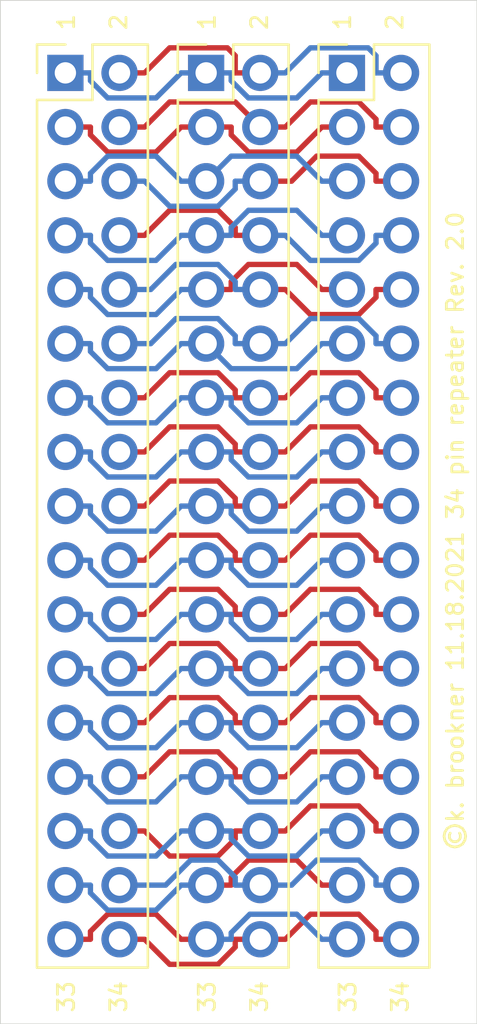
<source format=kicad_pcb>
(kicad_pcb (version 20171130) (host pcbnew "(5.1.10-1-10_14)")

  (general
    (thickness 1.6002)
    (drawings 11)
    (tracks 425)
    (zones 0)
    (modules 3)
    (nets 35)
  )

  (page USLetter)
  (title_block
    (rev 1)
  )

  (layers
    (0 Front signal)
    (31 Back signal)
    (34 B.Paste user)
    (35 F.Paste user)
    (36 B.SilkS user)
    (37 F.SilkS user)
    (38 B.Mask user)
    (39 F.Mask user)
    (44 Edge.Cuts user)
    (45 Margin user)
    (46 B.CrtYd user)
    (47 F.CrtYd user)
    (49 F.Fab user hide)
  )

  (setup
    (last_trace_width 0.25)
    (user_trace_width 0.254)
    (user_trace_width 0.508)
    (user_trace_width 0.762)
    (trace_clearance 0.2)
    (zone_clearance 0.508)
    (zone_45_only no)
    (trace_min 0.1524)
    (via_size 0.8)
    (via_drill 0.4)
    (via_min_size 0.508)
    (via_min_drill 0.254)
    (user_via 0.6858 0.3302)
    (user_via 0.889 0.381)
    (uvia_size 0.6858)
    (uvia_drill 0.254)
    (uvias_allowed no)
    (uvia_min_size 0)
    (uvia_min_drill 0)
    (edge_width 0.0381)
    (segment_width 0.254)
    (pcb_text_width 0.3048)
    (pcb_text_size 1.524 1.524)
    (mod_edge_width 0.127)
    (mod_text_size 0.762 0.762)
    (mod_text_width 0.127)
    (pad_size 1.524 1.524)
    (pad_drill 0.762)
    (pad_to_mask_clearance 0.0508)
    (aux_axis_origin 0 0)
    (visible_elements FFFFFF7F)
    (pcbplotparams
      (layerselection 0x010fc_ffffffff)
      (usegerberextensions false)
      (usegerberattributes false)
      (usegerberadvancedattributes false)
      (creategerberjobfile false)
      (excludeedgelayer true)
      (linewidth 0.152400)
      (plotframeref false)
      (viasonmask false)
      (mode 1)
      (useauxorigin false)
      (hpglpennumber 1)
      (hpglpenspeed 20)
      (hpglpendiameter 15.000000)
      (psnegative false)
      (psa4output false)
      (plotreference true)
      (plotvalue false)
      (plotinvisibletext false)
      (padsonsilk false)
      (subtractmaskfromsilk true)
      (outputformat 1)
      (mirror false)
      (drillshape 0)
      (scaleselection 1)
      (outputdirectory "./gerbers"))
  )

  (net 0 "")
  (net 1 /pin4)
  (net 2 /pin6)
  (net 3 /pin7)
  (net 4 /pin20)
  (net 5 /pin21)
  (net 6 /pin2)
  (net 7 /pin5)
  (net 8 /pin9)
  (net 9 /pin11)
  (net 10 /pin13)
  (net 11 /pin22)
  (net 12 /pin23)
  (net 13 /pin34)
  (net 14 /pin1)
  (net 15 /pin3)
  (net 16 /pin8)
  (net 17 /pin10)
  (net 18 /pin12)
  (net 19 /pin14)
  (net 20 /pin15)
  (net 21 /pin16)
  (net 22 /pin17)
  (net 23 /pin18)
  (net 24 /pin19)
  (net 25 /pin24)
  (net 26 /pin25)
  (net 27 /pin26)
  (net 28 /pin27)
  (net 29 /pin28)
  (net 30 /pin29)
  (net 31 /pin30)
  (net 32 /pin31)
  (net 33 /pin32)
  (net 34 /pin33)

  (net_class Default "This is the default net class."
    (clearance 0.2)
    (trace_width 0.25)
    (via_dia 0.8)
    (via_drill 0.4)
    (uvia_dia 0.6858)
    (uvia_drill 0.254)
    (diff_pair_width 0.1524)
    (diff_pair_gap 0.1524)
    (add_net /pin1)
    (add_net /pin10)
    (add_net /pin11)
    (add_net /pin12)
    (add_net /pin13)
    (add_net /pin14)
    (add_net /pin15)
    (add_net /pin16)
    (add_net /pin17)
    (add_net /pin18)
    (add_net /pin19)
    (add_net /pin2)
    (add_net /pin20)
    (add_net /pin21)
    (add_net /pin22)
    (add_net /pin23)
    (add_net /pin24)
    (add_net /pin25)
    (add_net /pin26)
    (add_net /pin27)
    (add_net /pin28)
    (add_net /pin29)
    (add_net /pin3)
    (add_net /pin30)
    (add_net /pin31)
    (add_net /pin32)
    (add_net /pin33)
    (add_net /pin34)
    (add_net /pin4)
    (add_net /pin5)
    (add_net /pin6)
    (add_net /pin7)
    (add_net /pin8)
    (add_net /pin9)
  )

  (net_class Power ""
    (clearance 0.3)
    (trace_width 0.3)
    (via_dia 1)
    (via_drill 0.6)
    (uvia_dia 0.6858)
    (uvia_drill 0.254)
    (diff_pair_width 0.1524)
    (diff_pair_gap 0.1524)
  )

  (module Connector_PinHeader_2.54mm:PinHeader_2x17_P2.54mm_Vertical (layer Front) (tedit 59FED5CC) (tstamp 5F73705A)
    (at 119.888 72.2338)
    (descr "Through hole straight pin header, 2x17, 2.54mm pitch, double rows")
    (tags "Through hole pin header THT 2x17 2.54mm double row")
    (path /5F74C399)
    (fp_text reference J1 (at 1.27 -6.4478) (layer F.SilkS) hide
      (effects (font (size 1 1) (thickness 0.15)))
    )
    (fp_text value Conn_02x17_Odd_Even (at 1.27 42.97) (layer F.Fab)
      (effects (font (size 1 1) (thickness 0.15)))
    )
    (fp_line (start 0 -1.27) (end 3.81 -1.27) (layer F.Fab) (width 0.1))
    (fp_line (start 3.81 -1.27) (end 3.81 41.91) (layer F.Fab) (width 0.1))
    (fp_line (start 3.81 41.91) (end -1.27 41.91) (layer F.Fab) (width 0.1))
    (fp_line (start -1.27 41.91) (end -1.27 0) (layer F.Fab) (width 0.1))
    (fp_line (start -1.27 0) (end 0 -1.27) (layer F.Fab) (width 0.1))
    (fp_line (start -1.33 41.97) (end 3.87 41.97) (layer F.SilkS) (width 0.12))
    (fp_line (start -1.33 1.27) (end -1.33 41.97) (layer F.SilkS) (width 0.12))
    (fp_line (start 3.87 -1.33) (end 3.87 41.97) (layer F.SilkS) (width 0.12))
    (fp_line (start -1.33 1.27) (end 1.27 1.27) (layer F.SilkS) (width 0.12))
    (fp_line (start 1.27 1.27) (end 1.27 -1.33) (layer F.SilkS) (width 0.12))
    (fp_line (start 1.27 -1.33) (end 3.87 -1.33) (layer F.SilkS) (width 0.12))
    (fp_line (start -1.33 0) (end -1.33 -1.33) (layer F.SilkS) (width 0.12))
    (fp_line (start -1.33 -1.33) (end 0 -1.33) (layer F.SilkS) (width 0.12))
    (fp_line (start -1.8 -1.8) (end -1.8 42.45) (layer F.CrtYd) (width 0.05))
    (fp_line (start -1.8 42.45) (end 4.35 42.45) (layer F.CrtYd) (width 0.05))
    (fp_line (start 4.35 42.45) (end 4.35 -1.8) (layer F.CrtYd) (width 0.05))
    (fp_line (start 4.35 -1.8) (end -1.8 -1.8) (layer F.CrtYd) (width 0.05))
    (fp_text user %R (at 1.27 20.32 90) (layer F.Fab)
      (effects (font (size 1 1) (thickness 0.15)))
    )
    (pad 1 thru_hole rect (at 0 0) (size 1.7 1.7) (drill 1) (layers *.Cu *.Mask)
      (net 14 /pin1))
    (pad 2 thru_hole oval (at 2.54 0) (size 1.7 1.7) (drill 1) (layers *.Cu *.Mask)
      (net 6 /pin2))
    (pad 3 thru_hole oval (at 0 2.54) (size 1.7 1.7) (drill 1) (layers *.Cu *.Mask)
      (net 15 /pin3))
    (pad 4 thru_hole oval (at 2.54 2.54) (size 1.7 1.7) (drill 1) (layers *.Cu *.Mask)
      (net 1 /pin4))
    (pad 5 thru_hole oval (at 0 5.08) (size 1.7 1.7) (drill 1) (layers *.Cu *.Mask)
      (net 7 /pin5))
    (pad 6 thru_hole oval (at 2.54 5.08) (size 1.7 1.7) (drill 1) (layers *.Cu *.Mask)
      (net 2 /pin6))
    (pad 7 thru_hole oval (at 0 7.62) (size 1.7 1.7) (drill 1) (layers *.Cu *.Mask)
      (net 3 /pin7))
    (pad 8 thru_hole oval (at 2.54 7.62) (size 1.7 1.7) (drill 1) (layers *.Cu *.Mask)
      (net 16 /pin8))
    (pad 9 thru_hole oval (at 0 10.16) (size 1.7 1.7) (drill 1) (layers *.Cu *.Mask)
      (net 8 /pin9))
    (pad 10 thru_hole oval (at 2.54 10.16) (size 1.7 1.7) (drill 1) (layers *.Cu *.Mask)
      (net 17 /pin10))
    (pad 11 thru_hole oval (at 0 12.7) (size 1.7 1.7) (drill 1) (layers *.Cu *.Mask)
      (net 9 /pin11))
    (pad 12 thru_hole oval (at 2.54 12.7) (size 1.7 1.7) (drill 1) (layers *.Cu *.Mask)
      (net 18 /pin12))
    (pad 13 thru_hole oval (at 0 15.24) (size 1.7 1.7) (drill 1) (layers *.Cu *.Mask)
      (net 10 /pin13))
    (pad 14 thru_hole oval (at 2.54 15.24) (size 1.7 1.7) (drill 1) (layers *.Cu *.Mask)
      (net 19 /pin14))
    (pad 15 thru_hole oval (at 0 17.78) (size 1.7 1.7) (drill 1) (layers *.Cu *.Mask)
      (net 20 /pin15))
    (pad 16 thru_hole oval (at 2.54 17.78) (size 1.7 1.7) (drill 1) (layers *.Cu *.Mask)
      (net 21 /pin16))
    (pad 17 thru_hole oval (at 0 20.32) (size 1.7 1.7) (drill 1) (layers *.Cu *.Mask)
      (net 22 /pin17))
    (pad 18 thru_hole oval (at 2.54 20.32) (size 1.7 1.7) (drill 1) (layers *.Cu *.Mask)
      (net 23 /pin18))
    (pad 19 thru_hole oval (at 0 22.86) (size 1.7 1.7) (drill 1) (layers *.Cu *.Mask)
      (net 24 /pin19))
    (pad 20 thru_hole oval (at 2.54 22.86) (size 1.7 1.7) (drill 1) (layers *.Cu *.Mask)
      (net 4 /pin20))
    (pad 21 thru_hole oval (at 0 25.4) (size 1.7 1.7) (drill 1) (layers *.Cu *.Mask)
      (net 5 /pin21))
    (pad 22 thru_hole oval (at 2.54 25.4) (size 1.7 1.7) (drill 1) (layers *.Cu *.Mask)
      (net 11 /pin22))
    (pad 23 thru_hole oval (at 0 27.94) (size 1.7 1.7) (drill 1) (layers *.Cu *.Mask)
      (net 12 /pin23))
    (pad 24 thru_hole oval (at 2.54 27.94) (size 1.7 1.7) (drill 1) (layers *.Cu *.Mask)
      (net 25 /pin24))
    (pad 25 thru_hole oval (at 0 30.48) (size 1.7 1.7) (drill 1) (layers *.Cu *.Mask)
      (net 26 /pin25))
    (pad 26 thru_hole oval (at 2.54 30.48) (size 1.7 1.7) (drill 1) (layers *.Cu *.Mask)
      (net 27 /pin26))
    (pad 27 thru_hole oval (at 0 33.02) (size 1.7 1.7) (drill 1) (layers *.Cu *.Mask)
      (net 28 /pin27))
    (pad 28 thru_hole oval (at 2.54 33.02) (size 1.7 1.7) (drill 1) (layers *.Cu *.Mask)
      (net 29 /pin28))
    (pad 29 thru_hole oval (at 0 35.56) (size 1.7 1.7) (drill 1) (layers *.Cu *.Mask)
      (net 30 /pin29))
    (pad 30 thru_hole oval (at 2.54 35.56) (size 1.7 1.7) (drill 1) (layers *.Cu *.Mask)
      (net 31 /pin30))
    (pad 31 thru_hole oval (at 0 38.1) (size 1.7 1.7) (drill 1) (layers *.Cu *.Mask)
      (net 32 /pin31))
    (pad 32 thru_hole oval (at 2.54 38.1) (size 1.7 1.7) (drill 1) (layers *.Cu *.Mask)
      (net 33 /pin32))
    (pad 33 thru_hole oval (at 0 40.64) (size 1.7 1.7) (drill 1) (layers *.Cu *.Mask)
      (net 34 /pin33))
    (pad 34 thru_hole oval (at 2.54 40.64) (size 1.7 1.7) (drill 1) (layers *.Cu *.Mask)
      (net 13 /pin34))
    (model ${KISYS3DMOD}/Connector_PinHeader_2.54mm.3dshapes/PinHeader_2x17_P2.54mm_Vertical.wrl
      (at (xyz 0 0 0))
      (scale (xyz 1 1 1))
      (rotate (xyz 0 0 0))
    )
  )

  (module Connector_PinHeader_2.54mm:PinHeader_2x17_P2.54mm_Vertical (layer Front) (tedit 59FED5CC) (tstamp 5F737092)
    (at 126.492 72.2338)
    (descr "Through hole straight pin header, 2x17, 2.54mm pitch, double rows")
    (tags "Through hole pin header THT 2x17 2.54mm double row")
    (path /5FCE01E4)
    (fp_text reference J2 (at 1.27 -7.9718) (layer F.SilkS) hide
      (effects (font (size 1 1) (thickness 0.15)))
    )
    (fp_text value Conn_02x17_Odd_Even (at 1.27 42.97) (layer F.Fab)
      (effects (font (size 1 1) (thickness 0.15)))
    )
    (fp_line (start 4.35 -1.8) (end -1.8 -1.8) (layer F.CrtYd) (width 0.05))
    (fp_line (start 4.35 42.45) (end 4.35 -1.8) (layer F.CrtYd) (width 0.05))
    (fp_line (start -1.8 42.45) (end 4.35 42.45) (layer F.CrtYd) (width 0.05))
    (fp_line (start -1.8 -1.8) (end -1.8 42.45) (layer F.CrtYd) (width 0.05))
    (fp_line (start -1.33 -1.33) (end 0 -1.33) (layer F.SilkS) (width 0.12))
    (fp_line (start -1.33 0) (end -1.33 -1.33) (layer F.SilkS) (width 0.12))
    (fp_line (start 1.27 -1.33) (end 3.87 -1.33) (layer F.SilkS) (width 0.12))
    (fp_line (start 1.27 1.27) (end 1.27 -1.33) (layer F.SilkS) (width 0.12))
    (fp_line (start -1.33 1.27) (end 1.27 1.27) (layer F.SilkS) (width 0.12))
    (fp_line (start 3.87 -1.33) (end 3.87 41.97) (layer F.SilkS) (width 0.12))
    (fp_line (start -1.33 1.27) (end -1.33 41.97) (layer F.SilkS) (width 0.12))
    (fp_line (start -1.33 41.97) (end 3.87 41.97) (layer F.SilkS) (width 0.12))
    (fp_line (start -1.27 0) (end 0 -1.27) (layer F.Fab) (width 0.1))
    (fp_line (start -1.27 41.91) (end -1.27 0) (layer F.Fab) (width 0.1))
    (fp_line (start 3.81 41.91) (end -1.27 41.91) (layer F.Fab) (width 0.1))
    (fp_line (start 3.81 -1.27) (end 3.81 41.91) (layer F.Fab) (width 0.1))
    (fp_line (start 0 -1.27) (end 3.81 -1.27) (layer F.Fab) (width 0.1))
    (fp_text user %R (at 1.27 20.32 90) (layer F.Fab)
      (effects (font (size 1 1) (thickness 0.15)))
    )
    (pad 34 thru_hole oval (at 2.54 40.64) (size 1.7 1.7) (drill 1) (layers *.Cu *.Mask)
      (net 13 /pin34))
    (pad 33 thru_hole oval (at 0 40.64) (size 1.7 1.7) (drill 1) (layers *.Cu *.Mask)
      (net 34 /pin33))
    (pad 32 thru_hole oval (at 2.54 38.1) (size 1.7 1.7) (drill 1) (layers *.Cu *.Mask)
      (net 33 /pin32))
    (pad 31 thru_hole oval (at 0 38.1) (size 1.7 1.7) (drill 1) (layers *.Cu *.Mask)
      (net 32 /pin31))
    (pad 30 thru_hole oval (at 2.54 35.56) (size 1.7 1.7) (drill 1) (layers *.Cu *.Mask)
      (net 31 /pin30))
    (pad 29 thru_hole oval (at 0 35.56) (size 1.7 1.7) (drill 1) (layers *.Cu *.Mask)
      (net 30 /pin29))
    (pad 28 thru_hole oval (at 2.54 33.02) (size 1.7 1.7) (drill 1) (layers *.Cu *.Mask)
      (net 29 /pin28))
    (pad 27 thru_hole oval (at 0 33.02) (size 1.7 1.7) (drill 1) (layers *.Cu *.Mask)
      (net 28 /pin27))
    (pad 26 thru_hole oval (at 2.54 30.48) (size 1.7 1.7) (drill 1) (layers *.Cu *.Mask)
      (net 27 /pin26))
    (pad 25 thru_hole oval (at 0 30.48) (size 1.7 1.7) (drill 1) (layers *.Cu *.Mask)
      (net 26 /pin25))
    (pad 24 thru_hole oval (at 2.54 27.94) (size 1.7 1.7) (drill 1) (layers *.Cu *.Mask)
      (net 25 /pin24))
    (pad 23 thru_hole oval (at 0 27.94) (size 1.7 1.7) (drill 1) (layers *.Cu *.Mask)
      (net 12 /pin23))
    (pad 22 thru_hole oval (at 2.54 25.4) (size 1.7 1.7) (drill 1) (layers *.Cu *.Mask)
      (net 11 /pin22))
    (pad 21 thru_hole oval (at 0 25.4) (size 1.7 1.7) (drill 1) (layers *.Cu *.Mask)
      (net 5 /pin21))
    (pad 20 thru_hole oval (at 2.54 22.86) (size 1.7 1.7) (drill 1) (layers *.Cu *.Mask)
      (net 4 /pin20))
    (pad 19 thru_hole oval (at 0 22.86) (size 1.7 1.7) (drill 1) (layers *.Cu *.Mask)
      (net 24 /pin19))
    (pad 18 thru_hole oval (at 2.54 20.32) (size 1.7 1.7) (drill 1) (layers *.Cu *.Mask)
      (net 23 /pin18))
    (pad 17 thru_hole oval (at 0 20.32) (size 1.7 1.7) (drill 1) (layers *.Cu *.Mask)
      (net 22 /pin17))
    (pad 16 thru_hole oval (at 2.54 17.78) (size 1.7 1.7) (drill 1) (layers *.Cu *.Mask)
      (net 21 /pin16))
    (pad 15 thru_hole oval (at 0 17.78) (size 1.7 1.7) (drill 1) (layers *.Cu *.Mask)
      (net 20 /pin15))
    (pad 14 thru_hole oval (at 2.54 15.24) (size 1.7 1.7) (drill 1) (layers *.Cu *.Mask)
      (net 19 /pin14))
    (pad 13 thru_hole oval (at 0 15.24) (size 1.7 1.7) (drill 1) (layers *.Cu *.Mask)
      (net 10 /pin13))
    (pad 12 thru_hole oval (at 2.54 12.7) (size 1.7 1.7) (drill 1) (layers *.Cu *.Mask)
      (net 18 /pin12))
    (pad 11 thru_hole oval (at 0 12.7) (size 1.7 1.7) (drill 1) (layers *.Cu *.Mask)
      (net 9 /pin11))
    (pad 10 thru_hole oval (at 2.54 10.16) (size 1.7 1.7) (drill 1) (layers *.Cu *.Mask)
      (net 17 /pin10))
    (pad 9 thru_hole oval (at 0 10.16) (size 1.7 1.7) (drill 1) (layers *.Cu *.Mask)
      (net 8 /pin9))
    (pad 8 thru_hole oval (at 2.54 7.62) (size 1.7 1.7) (drill 1) (layers *.Cu *.Mask)
      (net 16 /pin8))
    (pad 7 thru_hole oval (at 0 7.62) (size 1.7 1.7) (drill 1) (layers *.Cu *.Mask)
      (net 3 /pin7))
    (pad 6 thru_hole oval (at 2.54 5.08) (size 1.7 1.7) (drill 1) (layers *.Cu *.Mask)
      (net 2 /pin6))
    (pad 5 thru_hole oval (at 0 5.08) (size 1.7 1.7) (drill 1) (layers *.Cu *.Mask)
      (net 7 /pin5))
    (pad 4 thru_hole oval (at 2.54 2.54) (size 1.7 1.7) (drill 1) (layers *.Cu *.Mask)
      (net 1 /pin4))
    (pad 3 thru_hole oval (at 0 2.54) (size 1.7 1.7) (drill 1) (layers *.Cu *.Mask)
      (net 15 /pin3))
    (pad 2 thru_hole oval (at 2.54 0) (size 1.7 1.7) (drill 1) (layers *.Cu *.Mask)
      (net 6 /pin2))
    (pad 1 thru_hole rect (at 0 0) (size 1.7 1.7) (drill 1) (layers *.Cu *.Mask)
      (net 14 /pin1))
    (model ${KISYS3DMOD}/Connector_PinHeader_2.54mm.3dshapes/PinHeader_2x17_P2.54mm_Vertical.wrl
      (at (xyz 0 0 0))
      (scale (xyz 1 1 1))
      (rotate (xyz 0 0 0))
    )
  )

  (module Connector_PinHeader_2.54mm:PinHeader_2x17_P2.54mm_Vertical (layer Front) (tedit 59FED5CC) (tstamp 5F7370CA)
    (at 133.096 72.2338)
    (descr "Through hole straight pin header, 2x17, 2.54mm pitch, double rows")
    (tags "Through hole pin header THT 2x17 2.54mm double row")
    (path /5FCF0FE2)
    (fp_text reference J3 (at 1.524 -6.9558) (layer F.SilkS) hide
      (effects (font (size 1 1) (thickness 0.15)))
    )
    (fp_text value Conn_02x17_Odd_Even (at 1.27 42.97) (layer F.Fab)
      (effects (font (size 1 1) (thickness 0.15)))
    )
    (fp_line (start 0 -1.27) (end 3.81 -1.27) (layer F.Fab) (width 0.1))
    (fp_line (start 3.81 -1.27) (end 3.81 41.91) (layer F.Fab) (width 0.1))
    (fp_line (start 3.81 41.91) (end -1.27 41.91) (layer F.Fab) (width 0.1))
    (fp_line (start -1.27 41.91) (end -1.27 0) (layer F.Fab) (width 0.1))
    (fp_line (start -1.27 0) (end 0 -1.27) (layer F.Fab) (width 0.1))
    (fp_line (start -1.33 41.97) (end 3.87 41.97) (layer F.SilkS) (width 0.12))
    (fp_line (start -1.33 1.27) (end -1.33 41.97) (layer F.SilkS) (width 0.12))
    (fp_line (start 3.87 -1.33) (end 3.87 41.97) (layer F.SilkS) (width 0.12))
    (fp_line (start -1.33 1.27) (end 1.27 1.27) (layer F.SilkS) (width 0.12))
    (fp_line (start 1.27 1.27) (end 1.27 -1.33) (layer F.SilkS) (width 0.12))
    (fp_line (start 1.27 -1.33) (end 3.87 -1.33) (layer F.SilkS) (width 0.12))
    (fp_line (start -1.33 0) (end -1.33 -1.33) (layer F.SilkS) (width 0.12))
    (fp_line (start -1.33 -1.33) (end 0 -1.33) (layer F.SilkS) (width 0.12))
    (fp_line (start -1.8 -1.8) (end -1.8 42.45) (layer F.CrtYd) (width 0.05))
    (fp_line (start -1.8 42.45) (end 4.35 42.45) (layer F.CrtYd) (width 0.05))
    (fp_line (start 4.35 42.45) (end 4.35 -1.8) (layer F.CrtYd) (width 0.05))
    (fp_line (start 4.35 -1.8) (end -1.8 -1.8) (layer F.CrtYd) (width 0.05))
    (fp_text user %R (at 1.27 20.32 90) (layer F.Fab)
      (effects (font (size 1 1) (thickness 0.15)))
    )
    (pad 1 thru_hole rect (at 0 0) (size 1.7 1.7) (drill 1) (layers *.Cu *.Mask)
      (net 14 /pin1))
    (pad 2 thru_hole oval (at 2.54 0) (size 1.7 1.7) (drill 1) (layers *.Cu *.Mask)
      (net 6 /pin2))
    (pad 3 thru_hole oval (at 0 2.54) (size 1.7 1.7) (drill 1) (layers *.Cu *.Mask)
      (net 15 /pin3))
    (pad 4 thru_hole oval (at 2.54 2.54) (size 1.7 1.7) (drill 1) (layers *.Cu *.Mask)
      (net 1 /pin4))
    (pad 5 thru_hole oval (at 0 5.08) (size 1.7 1.7) (drill 1) (layers *.Cu *.Mask)
      (net 7 /pin5))
    (pad 6 thru_hole oval (at 2.54 5.08) (size 1.7 1.7) (drill 1) (layers *.Cu *.Mask)
      (net 2 /pin6))
    (pad 7 thru_hole oval (at 0 7.62) (size 1.7 1.7) (drill 1) (layers *.Cu *.Mask)
      (net 3 /pin7))
    (pad 8 thru_hole oval (at 2.54 7.62) (size 1.7 1.7) (drill 1) (layers *.Cu *.Mask)
      (net 16 /pin8))
    (pad 9 thru_hole oval (at 0 10.16) (size 1.7 1.7) (drill 1) (layers *.Cu *.Mask)
      (net 8 /pin9))
    (pad 10 thru_hole oval (at 2.54 10.16) (size 1.7 1.7) (drill 1) (layers *.Cu *.Mask)
      (net 17 /pin10))
    (pad 11 thru_hole oval (at 0 12.7) (size 1.7 1.7) (drill 1) (layers *.Cu *.Mask)
      (net 9 /pin11))
    (pad 12 thru_hole oval (at 2.54 12.7) (size 1.7 1.7) (drill 1) (layers *.Cu *.Mask)
      (net 18 /pin12))
    (pad 13 thru_hole oval (at 0 15.24) (size 1.7 1.7) (drill 1) (layers *.Cu *.Mask)
      (net 10 /pin13))
    (pad 14 thru_hole oval (at 2.54 15.24) (size 1.7 1.7) (drill 1) (layers *.Cu *.Mask)
      (net 19 /pin14))
    (pad 15 thru_hole oval (at 0 17.78) (size 1.7 1.7) (drill 1) (layers *.Cu *.Mask)
      (net 20 /pin15))
    (pad 16 thru_hole oval (at 2.54 17.78) (size 1.7 1.7) (drill 1) (layers *.Cu *.Mask)
      (net 21 /pin16))
    (pad 17 thru_hole oval (at 0 20.32) (size 1.7 1.7) (drill 1) (layers *.Cu *.Mask)
      (net 22 /pin17))
    (pad 18 thru_hole oval (at 2.54 20.32) (size 1.7 1.7) (drill 1) (layers *.Cu *.Mask)
      (net 23 /pin18))
    (pad 19 thru_hole oval (at 0 22.86) (size 1.7 1.7) (drill 1) (layers *.Cu *.Mask)
      (net 24 /pin19))
    (pad 20 thru_hole oval (at 2.54 22.86) (size 1.7 1.7) (drill 1) (layers *.Cu *.Mask)
      (net 4 /pin20))
    (pad 21 thru_hole oval (at 0 25.4) (size 1.7 1.7) (drill 1) (layers *.Cu *.Mask)
      (net 5 /pin21))
    (pad 22 thru_hole oval (at 2.54 25.4) (size 1.7 1.7) (drill 1) (layers *.Cu *.Mask)
      (net 11 /pin22))
    (pad 23 thru_hole oval (at 0 27.94) (size 1.7 1.7) (drill 1) (layers *.Cu *.Mask)
      (net 12 /pin23))
    (pad 24 thru_hole oval (at 2.54 27.94) (size 1.7 1.7) (drill 1) (layers *.Cu *.Mask)
      (net 25 /pin24))
    (pad 25 thru_hole oval (at 0 30.48) (size 1.7 1.7) (drill 1) (layers *.Cu *.Mask)
      (net 26 /pin25))
    (pad 26 thru_hole oval (at 2.54 30.48) (size 1.7 1.7) (drill 1) (layers *.Cu *.Mask)
      (net 27 /pin26))
    (pad 27 thru_hole oval (at 0 33.02) (size 1.7 1.7) (drill 1) (layers *.Cu *.Mask)
      (net 28 /pin27))
    (pad 28 thru_hole oval (at 2.54 33.02) (size 1.7 1.7) (drill 1) (layers *.Cu *.Mask)
      (net 29 /pin28))
    (pad 29 thru_hole oval (at 0 35.56) (size 1.7 1.7) (drill 1) (layers *.Cu *.Mask)
      (net 30 /pin29))
    (pad 30 thru_hole oval (at 2.54 35.56) (size 1.7 1.7) (drill 1) (layers *.Cu *.Mask)
      (net 31 /pin30))
    (pad 31 thru_hole oval (at 0 38.1) (size 1.7 1.7) (drill 1) (layers *.Cu *.Mask)
      (net 32 /pin31))
    (pad 32 thru_hole oval (at 2.54 38.1) (size 1.7 1.7) (drill 1) (layers *.Cu *.Mask)
      (net 33 /pin32))
    (pad 33 thru_hole oval (at 0 40.64) (size 1.7 1.7) (drill 1) (layers *.Cu *.Mask)
      (net 34 /pin33))
    (pad 34 thru_hole oval (at 2.54 40.64) (size 1.7 1.7) (drill 1) (layers *.Cu *.Mask)
      (net 13 /pin34))
    (model ${KISYS3DMOD}/Connector_PinHeader_2.54mm.3dshapes/PinHeader_2x17_P2.54mm_Vertical.wrl
      (at (xyz 0 0 0))
      (scale (xyz 1 1 1))
      (rotate (xyz 0 0 0))
    )
  )

  (gr_text "©k. brookner 11.18.2021 34 pin repeater Rev. 2.0" (at 138.176 93.726 90) (layer F.SilkS)
    (effects (font (size 0.762 0.762) (thickness 0.127)))
  )
  (gr_text "33\n\n34" (at 134.366 115.57 90) (layer F.SilkS) (tstamp 5F737926)
    (effects (font (size 0.762 0.762) (thickness 0.127)))
  )
  (gr_text "33\n\n34" (at 127.762 115.57 90) (layer F.SilkS) (tstamp 5F737924)
    (effects (font (size 0.762 0.762) (thickness 0.127)))
  )
  (gr_text "33\n\n34" (at 121.158 115.57 90) (layer F.SilkS)
    (effects (font (size 0.762 0.762) (thickness 0.127)))
  )
  (gr_text "1\n\n2" (at 134.112 69.85 90) (layer F.SilkS) (tstamp 5F73791E)
    (effects (font (size 0.762 0.762) (thickness 0.127)))
  )
  (gr_text "1\n\n2" (at 127.762 69.85 90) (layer F.SilkS) (tstamp 5F737916)
    (effects (font (size 0.762 0.762) (thickness 0.127)))
  )
  (gr_text "1\n\n2" (at 121.158 69.85 90) (layer F.SilkS)
    (effects (font (size 0.762 0.762) (thickness 0.127)))
  )
  (gr_line (start 139.192 68.834) (end 116.84 68.834) (layer Edge.Cuts) (width 0.0381) (tstamp 5F737674))
  (gr_line (start 139.192 116.84) (end 139.192 68.834) (layer Edge.Cuts) (width 0.0381))
  (gr_line (start 116.84 116.84) (end 139.192 116.84) (layer Edge.Cuts) (width 0.0381))
  (gr_line (start 116.84 68.834) (end 116.84 116.84) (layer Edge.Cuts) (width 0.0381))

  (segment (start 129.032 74.7738) (end 130.2073 74.7738) (width 0.25) (layer Front) (net 1))
  (segment (start 130.2073 74.7738) (end 131.3826 73.5985) (width 0.25) (layer Front) (net 1))
  (segment (start 131.3826 73.5985) (end 133.6528 73.5985) (width 0.25) (layer Front) (net 1))
  (segment (start 133.6528 73.5985) (end 134.4607 74.4064) (width 0.25) (layer Front) (net 1))
  (segment (start 134.4607 74.4064) (end 134.4607 74.7738) (width 0.25) (layer Front) (net 1))
  (segment (start 135.636 74.7738) (end 134.4607 74.7738) (width 0.25) (layer Front) (net 1))
  (segment (start 129.032 74.7738) (end 127.8567 73.5985) (width 0.25) (layer Front) (net 1))
  (segment (start 127.8567 73.5985) (end 124.7786 73.5985) (width 0.25) (layer Front) (net 1))
  (segment (start 124.7786 73.5985) (end 123.6033 74.7738) (width 0.25) (layer Front) (net 1))
  (segment (start 122.428 74.7738) (end 123.6033 74.7738) (width 0.25) (layer Front) (net 1))
  (segment (start 135.636 77.3138) (end 134.4607 77.3138) (width 0.25) (layer Front) (net 2))
  (segment (start 129.032 77.3138) (end 130.5003 77.3138) (width 0.25) (layer Front) (net 2))
  (segment (start 130.5003 77.3138) (end 131.6756 76.1385) (width 0.25) (layer Front) (net 2))
  (segment (start 131.6756 76.1385) (end 133.6528 76.1385) (width 0.25) (layer Front) (net 2))
  (segment (start 133.6528 76.1385) (end 134.4607 76.9464) (width 0.25) (layer Front) (net 2))
  (segment (start 134.4607 76.9464) (end 134.4607 77.3138) (width 0.25) (layer Front) (net 2))
  (segment (start 122.428 77.3138) (end 123.6033 77.3138) (width 0.25) (layer Back) (net 2))
  (segment (start 129.032 77.3138) (end 127.8567 77.3138) (width 0.25) (layer Back) (net 2))
  (segment (start 127.8567 77.3138) (end 127.8567 77.6811) (width 0.25) (layer Back) (net 2))
  (segment (start 127.8567 77.6811) (end 127.0487 78.4891) (width 0.25) (layer Back) (net 2))
  (segment (start 127.0487 78.4891) (end 124.7786 78.4891) (width 0.25) (layer Back) (net 2))
  (segment (start 124.7786 78.4891) (end 123.6033 77.3138) (width 0.25) (layer Back) (net 2))
  (segment (start 133.096 79.8538) (end 131.9207 79.8538) (width 0.25) (layer Back) (net 3))
  (segment (start 126.492 79.8538) (end 127.6673 79.8538) (width 0.25) (layer Back) (net 3))
  (segment (start 127.6673 79.8538) (end 127.6673 79.4865) (width 0.25) (layer Back) (net 3))
  (segment (start 127.6673 79.4865) (end 128.4753 78.6785) (width 0.25) (layer Back) (net 3))
  (segment (start 128.4753 78.6785) (end 130.7454 78.6785) (width 0.25) (layer Back) (net 3))
  (segment (start 130.7454 78.6785) (end 131.9207 79.8538) (width 0.25) (layer Back) (net 3))
  (segment (start 125.9044 79.8538) (end 126.492 79.8538) (width 0.25) (layer Back) (net 3))
  (segment (start 125.9044 79.8538) (end 125.3167 79.8538) (width 0.25) (layer Back) (net 3))
  (segment (start 119.888 79.8538) (end 121.0633 79.8538) (width 0.25) (layer Back) (net 3))
  (segment (start 125.3167 79.8538) (end 124.1414 81.0291) (width 0.25) (layer Back) (net 3))
  (segment (start 124.1414 81.0291) (end 121.8712 81.0291) (width 0.25) (layer Back) (net 3))
  (segment (start 121.8712 81.0291) (end 121.0633 80.2212) (width 0.25) (layer Back) (net 3))
  (segment (start 121.0633 80.2212) (end 121.0633 79.8538) (width 0.25) (layer Back) (net 3))
  (segment (start 135.636 95.0938) (end 134.4607 95.0938) (width 0.25) (layer Front) (net 4))
  (segment (start 129.032 95.0938) (end 130.2073 95.0938) (width 0.25) (layer Front) (net 4))
  (segment (start 130.2073 95.0938) (end 131.3826 93.9185) (width 0.25) (layer Front) (net 4))
  (segment (start 131.3826 93.9185) (end 133.6528 93.9185) (width 0.25) (layer Front) (net 4))
  (segment (start 133.6528 93.9185) (end 134.4607 94.7264) (width 0.25) (layer Front) (net 4))
  (segment (start 134.4607 94.7264) (end 134.4607 95.0938) (width 0.25) (layer Front) (net 4))
  (segment (start 128.4444 95.0938) (end 129.032 95.0938) (width 0.25) (layer Front) (net 4))
  (segment (start 128.4444 95.0938) (end 127.8567 95.0938) (width 0.25) (layer Front) (net 4))
  (segment (start 122.428 95.0938) (end 123.6033 95.0938) (width 0.25) (layer Front) (net 4))
  (segment (start 127.8567 95.0938) (end 127.8567 94.7265) (width 0.25) (layer Front) (net 4))
  (segment (start 127.8567 94.7265) (end 127.0487 93.9185) (width 0.25) (layer Front) (net 4))
  (segment (start 127.0487 93.9185) (end 124.7786 93.9185) (width 0.25) (layer Front) (net 4))
  (segment (start 124.7786 93.9185) (end 123.6033 95.0938) (width 0.25) (layer Front) (net 4))
  (segment (start 126.492 97.6338) (end 127.6673 97.6338) (width 0.25) (layer Back) (net 5))
  (segment (start 133.096 97.6338) (end 131.9207 97.6338) (width 0.25) (layer Back) (net 5))
  (segment (start 127.6673 97.6338) (end 127.6673 98.0012) (width 0.25) (layer Back) (net 5))
  (segment (start 127.6673 98.0012) (end 128.4752 98.8091) (width 0.25) (layer Back) (net 5))
  (segment (start 128.4752 98.8091) (end 130.7454 98.8091) (width 0.25) (layer Back) (net 5))
  (segment (start 130.7454 98.8091) (end 131.9207 97.6338) (width 0.25) (layer Back) (net 5))
  (segment (start 125.9044 97.6338) (end 126.492 97.6338) (width 0.25) (layer Back) (net 5))
  (segment (start 125.9044 97.6338) (end 125.3167 97.6338) (width 0.25) (layer Back) (net 5))
  (segment (start 119.888 97.6338) (end 121.0633 97.6338) (width 0.25) (layer Back) (net 5))
  (segment (start 125.3167 97.6338) (end 124.1414 98.8091) (width 0.25) (layer Back) (net 5))
  (segment (start 124.1414 98.8091) (end 121.8712 98.8091) (width 0.25) (layer Back) (net 5))
  (segment (start 121.8712 98.8091) (end 121.0633 98.0012) (width 0.25) (layer Back) (net 5))
  (segment (start 121.0633 98.0012) (end 121.0633 97.6338) (width 0.25) (layer Back) (net 5))
  (segment (start 122.428 72.2338) (end 123.6033 72.2338) (width 0.25) (layer Front) (net 6))
  (segment (start 129.032 72.2338) (end 127.8567 72.2338) (width 0.25) (layer Front) (net 6))
  (segment (start 127.8567 72.2338) (end 127.8567 71.4258) (width 0.25) (layer Front) (net 6))
  (segment (start 127.8567 71.4258) (end 127.4894 71.0585) (width 0.25) (layer Front) (net 6))
  (segment (start 127.4894 71.0585) (end 124.7786 71.0585) (width 0.25) (layer Front) (net 6))
  (segment (start 124.7786 71.0585) (end 123.6033 72.2338) (width 0.25) (layer Front) (net 6))
  (segment (start 129.032 72.2338) (end 130.2073 72.2338) (width 0.25) (layer Back) (net 6))
  (segment (start 135.636 72.2338) (end 134.4607 72.2338) (width 0.25) (layer Back) (net 6))
  (segment (start 134.4607 72.2338) (end 134.4607 71.4258) (width 0.25) (layer Back) (net 6))
  (segment (start 134.4607 71.4258) (end 134.0934 71.0585) (width 0.25) (layer Back) (net 6))
  (segment (start 134.0934 71.0585) (end 131.3826 71.0585) (width 0.25) (layer Back) (net 6))
  (segment (start 131.3826 71.0585) (end 130.2073 72.2338) (width 0.25) (layer Back) (net 6))
  (segment (start 126.492 77.3138) (end 125.3167 77.3138) (width 0.25) (layer Back) (net 7))
  (segment (start 125.3167 77.3138) (end 124.1414 76.1385) (width 0.25) (layer Back) (net 7))
  (segment (start 124.1414 76.1385) (end 121.8712 76.1385) (width 0.25) (layer Back) (net 7))
  (segment (start 121.8712 76.1385) (end 121.0633 76.9464) (width 0.25) (layer Back) (net 7))
  (segment (start 121.0633 76.9464) (end 121.0633 77.3138) (width 0.25) (layer Back) (net 7))
  (segment (start 119.888 77.3138) (end 121.0633 77.3138) (width 0.25) (layer Back) (net 7))
  (segment (start 126.492 77.3138) (end 127.6673 76.1385) (width 0.25) (layer Back) (net 7))
  (segment (start 127.6673 76.1385) (end 130.7454 76.1385) (width 0.25) (layer Back) (net 7))
  (segment (start 130.7454 76.1385) (end 131.9207 77.3138) (width 0.25) (layer Back) (net 7))
  (segment (start 133.096 77.3138) (end 131.9207 77.3138) (width 0.25) (layer Back) (net 7))
  (segment (start 133.096 82.3938) (end 131.9207 82.3938) (width 0.25) (layer Front) (net 8))
  (segment (start 126.492 82.3938) (end 127.6673 82.3938) (width 0.25) (layer Front) (net 8))
  (segment (start 127.6673 82.3938) (end 127.6673 82.0265) (width 0.25) (layer Front) (net 8))
  (segment (start 127.6673 82.0265) (end 128.4753 81.2185) (width 0.25) (layer Front) (net 8))
  (segment (start 128.4753 81.2185) (end 130.7454 81.2185) (width 0.25) (layer Front) (net 8))
  (segment (start 130.7454 81.2185) (end 131.9207 82.3938) (width 0.25) (layer Front) (net 8))
  (segment (start 125.9044 82.3938) (end 126.492 82.3938) (width 0.25) (layer Back) (net 8))
  (segment (start 125.9044 82.3938) (end 125.3167 82.3938) (width 0.25) (layer Back) (net 8))
  (segment (start 119.888 82.3938) (end 121.0633 82.3938) (width 0.25) (layer Back) (net 8))
  (segment (start 125.3167 82.3938) (end 124.1414 83.5691) (width 0.25) (layer Back) (net 8))
  (segment (start 124.1414 83.5691) (end 121.8712 83.5691) (width 0.25) (layer Back) (net 8))
  (segment (start 121.8712 83.5691) (end 121.0633 82.7612) (width 0.25) (layer Back) (net 8))
  (segment (start 121.0633 82.7612) (end 121.0633 82.3938) (width 0.25) (layer Back) (net 8))
  (segment (start 126.492 84.9338) (end 125.3167 84.9338) (width 0.25) (layer Back) (net 9))
  (segment (start 125.3167 84.9338) (end 124.1414 86.1091) (width 0.25) (layer Back) (net 9))
  (segment (start 124.1414 86.1091) (end 121.8712 86.1091) (width 0.25) (layer Back) (net 9))
  (segment (start 121.8712 86.1091) (end 121.0633 85.3012) (width 0.25) (layer Back) (net 9))
  (segment (start 121.0633 85.3012) (end 121.0633 84.9338) (width 0.25) (layer Back) (net 9))
  (segment (start 119.888 84.9338) (end 121.0633 84.9338) (width 0.25) (layer Back) (net 9))
  (segment (start 126.492 84.9338) (end 127.6673 86.1091) (width 0.25) (layer Back) (net 9))
  (segment (start 127.6673 86.1091) (end 130.7454 86.1091) (width 0.25) (layer Back) (net 9))
  (segment (start 130.7454 86.1091) (end 131.9207 84.9338) (width 0.25) (layer Back) (net 9))
  (segment (start 133.096 84.9338) (end 131.9207 84.9338) (width 0.25) (layer Back) (net 9))
  (segment (start 126.492 87.4738) (end 127.6673 87.4738) (width 0.25) (layer Back) (net 10))
  (segment (start 133.096 87.4738) (end 131.9207 87.4738) (width 0.25) (layer Back) (net 10))
  (segment (start 127.6673 87.4738) (end 127.6673 87.8412) (width 0.25) (layer Back) (net 10))
  (segment (start 127.6673 87.8412) (end 128.4752 88.6491) (width 0.25) (layer Back) (net 10))
  (segment (start 128.4752 88.6491) (end 130.7454 88.6491) (width 0.25) (layer Back) (net 10))
  (segment (start 130.7454 88.6491) (end 131.9207 87.4738) (width 0.25) (layer Back) (net 10))
  (segment (start 125.9044 87.4738) (end 126.492 87.4738) (width 0.25) (layer Back) (net 10))
  (segment (start 125.9044 87.4738) (end 125.3167 87.4738) (width 0.25) (layer Back) (net 10))
  (segment (start 119.888 87.4738) (end 121.0633 87.4738) (width 0.25) (layer Back) (net 10))
  (segment (start 125.3167 87.4738) (end 124.1414 88.6491) (width 0.25) (layer Back) (net 10))
  (segment (start 124.1414 88.6491) (end 121.8712 88.6491) (width 0.25) (layer Back) (net 10))
  (segment (start 121.8712 88.6491) (end 121.0633 87.8412) (width 0.25) (layer Back) (net 10))
  (segment (start 121.0633 87.8412) (end 121.0633 87.4738) (width 0.25) (layer Back) (net 10))
  (segment (start 135.636 97.6338) (end 134.4607 97.6338) (width 0.25) (layer Front) (net 11))
  (segment (start 129.032 97.6338) (end 130.2073 97.6338) (width 0.25) (layer Front) (net 11))
  (segment (start 130.2073 97.6338) (end 131.3826 96.4585) (width 0.25) (layer Front) (net 11))
  (segment (start 131.3826 96.4585) (end 133.6528 96.4585) (width 0.25) (layer Front) (net 11))
  (segment (start 133.6528 96.4585) (end 134.4607 97.2664) (width 0.25) (layer Front) (net 11))
  (segment (start 134.4607 97.2664) (end 134.4607 97.6338) (width 0.25) (layer Front) (net 11))
  (segment (start 128.4444 97.6338) (end 129.032 97.6338) (width 0.25) (layer Front) (net 11))
  (segment (start 128.4444 97.6338) (end 127.8567 97.6338) (width 0.25) (layer Front) (net 11))
  (segment (start 122.428 97.6338) (end 123.6033 97.6338) (width 0.25) (layer Front) (net 11))
  (segment (start 127.8567 97.6338) (end 127.8567 97.2665) (width 0.25) (layer Front) (net 11))
  (segment (start 127.8567 97.2665) (end 127.0487 96.4585) (width 0.25) (layer Front) (net 11))
  (segment (start 127.0487 96.4585) (end 124.7786 96.4585) (width 0.25) (layer Front) (net 11))
  (segment (start 124.7786 96.4585) (end 123.6033 97.6338) (width 0.25) (layer Front) (net 11))
  (segment (start 126.492 100.1738) (end 127.6673 100.1738) (width 0.25) (layer Back) (net 12))
  (segment (start 133.096 100.1738) (end 131.9207 100.1738) (width 0.25) (layer Back) (net 12))
  (segment (start 127.6673 100.1738) (end 127.6673 100.5412) (width 0.25) (layer Back) (net 12))
  (segment (start 127.6673 100.5412) (end 128.4752 101.3491) (width 0.25) (layer Back) (net 12))
  (segment (start 128.4752 101.3491) (end 130.7454 101.3491) (width 0.25) (layer Back) (net 12))
  (segment (start 130.7454 101.3491) (end 131.9207 100.1738) (width 0.25) (layer Back) (net 12))
  (segment (start 125.9044 100.1738) (end 126.492 100.1738) (width 0.25) (layer Back) (net 12))
  (segment (start 125.9044 100.1738) (end 125.3167 100.1738) (width 0.25) (layer Back) (net 12))
  (segment (start 119.888 100.1738) (end 121.0633 100.1738) (width 0.25) (layer Back) (net 12))
  (segment (start 125.3167 100.1738) (end 124.1414 101.3491) (width 0.25) (layer Back) (net 12))
  (segment (start 124.1414 101.3491) (end 121.8712 101.3491) (width 0.25) (layer Back) (net 12))
  (segment (start 121.8712 101.3491) (end 121.0633 100.5412) (width 0.25) (layer Back) (net 12))
  (segment (start 121.0633 100.5412) (end 121.0633 100.1738) (width 0.25) (layer Back) (net 12))
  (segment (start 129.032 112.8738) (end 130.2073 112.8738) (width 0.25) (layer Front) (net 13))
  (segment (start 135.636 112.8738) (end 134.4607 112.8738) (width 0.25) (layer Front) (net 13))
  (segment (start 134.4607 112.8738) (end 134.4607 112.5065) (width 0.25) (layer Front) (net 13))
  (segment (start 134.4607 112.5065) (end 133.6527 111.6985) (width 0.25) (layer Front) (net 13))
  (segment (start 133.6527 111.6985) (end 131.3826 111.6985) (width 0.25) (layer Front) (net 13))
  (segment (start 131.3826 111.6985) (end 130.2073 112.8738) (width 0.25) (layer Front) (net 13))
  (segment (start 122.428 112.8738) (end 123.6033 112.8738) (width 0.25) (layer Front) (net 13))
  (segment (start 129.032 112.8738) (end 127.8567 112.8738) (width 0.25) (layer Front) (net 13))
  (segment (start 127.8567 112.8738) (end 127.8567 113.2411) (width 0.25) (layer Front) (net 13))
  (segment (start 127.8567 113.2411) (end 127.0487 114.0491) (width 0.25) (layer Front) (net 13))
  (segment (start 127.0487 114.0491) (end 124.7786 114.0491) (width 0.25) (layer Front) (net 13))
  (segment (start 124.7786 114.0491) (end 123.6033 112.8738) (width 0.25) (layer Front) (net 13))
  (segment (start 126.492 72.2338) (end 125.3167 72.2338) (width 0.25) (layer Back) (net 14))
  (segment (start 119.888 72.2338) (end 121.0633 72.2338) (width 0.25) (layer Back) (net 14))
  (segment (start 121.0633 72.2338) (end 121.0633 72.6011) (width 0.25) (layer Back) (net 14))
  (segment (start 121.0633 72.6011) (end 121.8713 73.4091) (width 0.25) (layer Back) (net 14))
  (segment (start 121.8713 73.4091) (end 124.1414 73.4091) (width 0.25) (layer Back) (net 14))
  (segment (start 124.1414 73.4091) (end 125.3167 72.2338) (width 0.25) (layer Back) (net 14))
  (segment (start 127.0797 72.2338) (end 126.492 72.2338) (width 0.25) (layer Back) (net 14))
  (segment (start 127.0797 72.2338) (end 127.6673 72.2338) (width 0.25) (layer Back) (net 14))
  (segment (start 133.096 72.2338) (end 131.9207 72.2338) (width 0.25) (layer Back) (net 14))
  (segment (start 127.6673 72.2338) (end 127.6673 72.6011) (width 0.25) (layer Back) (net 14))
  (segment (start 127.6673 72.6011) (end 128.4753 73.4091) (width 0.25) (layer Back) (net 14))
  (segment (start 128.4753 73.4091) (end 130.7454 73.4091) (width 0.25) (layer Back) (net 14))
  (segment (start 130.7454 73.4091) (end 131.9207 72.2338) (width 0.25) (layer Back) (net 14))
  (segment (start 126.492 74.7738) (end 127.6673 74.7738) (width 0.25) (layer Front) (net 15))
  (segment (start 126.492 74.7738) (end 125.3167 74.7738) (width 0.25) (layer Front) (net 15))
  (segment (start 125.3167 74.7738) (end 124.1414 75.9491) (width 0.25) (layer Front) (net 15))
  (segment (start 124.1414 75.9491) (end 121.8712 75.9491) (width 0.25) (layer Front) (net 15))
  (segment (start 121.8712 75.9491) (end 121.0633 75.1412) (width 0.25) (layer Front) (net 15))
  (segment (start 121.0633 75.1412) (end 121.0633 74.7738) (width 0.25) (layer Front) (net 15))
  (segment (start 119.888 74.7738) (end 121.0633 74.7738) (width 0.25) (layer Front) (net 15))
  (segment (start 127.6673 74.7738) (end 127.6673 75.1412) (width 0.25) (layer Front) (net 15))
  (segment (start 127.6673 75.1412) (end 128.4752 75.9491) (width 0.25) (layer Front) (net 15))
  (segment (start 128.4752 75.9491) (end 130.7454 75.9491) (width 0.25) (layer Front) (net 15))
  (segment (start 130.7454 75.9491) (end 131.9207 74.7738) (width 0.25) (layer Front) (net 15))
  (segment (start 133.096 74.7738) (end 131.9207 74.7738) (width 0.25) (layer Front) (net 15))
  (segment (start 122.428 79.8538) (end 123.6033 79.8538) (width 0.25) (layer Front) (net 16))
  (segment (start 129.032 79.8538) (end 127.8567 79.8538) (width 0.25) (layer Front) (net 16))
  (segment (start 127.8567 79.8538) (end 127.8567 79.4865) (width 0.25) (layer Front) (net 16))
  (segment (start 127.8567 79.4865) (end 127.0487 78.6785) (width 0.25) (layer Front) (net 16))
  (segment (start 127.0487 78.6785) (end 124.7786 78.6785) (width 0.25) (layer Front) (net 16))
  (segment (start 124.7786 78.6785) (end 123.6033 79.8538) (width 0.25) (layer Front) (net 16))
  (segment (start 129.032 79.8538) (end 130.2073 79.8538) (width 0.25) (layer Back) (net 16))
  (segment (start 135.636 79.8538) (end 134.4607 79.8538) (width 0.25) (layer Back) (net 16))
  (segment (start 134.4607 79.8538) (end 134.4607 80.2211) (width 0.25) (layer Back) (net 16))
  (segment (start 134.4607 80.2211) (end 133.6527 81.0291) (width 0.25) (layer Back) (net 16))
  (segment (start 133.6527 81.0291) (end 131.3826 81.0291) (width 0.25) (layer Back) (net 16))
  (segment (start 131.3826 81.0291) (end 130.2073 79.8538) (width 0.25) (layer Back) (net 16))
  (segment (start 135.636 82.3938) (end 134.4607 82.3938) (width 0.25) (layer Front) (net 17))
  (segment (start 129.032 82.3938) (end 130.2073 82.3938) (width 0.25) (layer Front) (net 17))
  (segment (start 130.2073 82.3938) (end 131.3826 83.5691) (width 0.25) (layer Front) (net 17))
  (segment (start 131.3826 83.5691) (end 133.6528 83.5691) (width 0.25) (layer Front) (net 17))
  (segment (start 133.6528 83.5691) (end 134.4607 82.7612) (width 0.25) (layer Front) (net 17))
  (segment (start 134.4607 82.7612) (end 134.4607 82.3938) (width 0.25) (layer Front) (net 17))
  (segment (start 129.032 82.3938) (end 127.8567 82.3938) (width 0.25) (layer Back) (net 17))
  (segment (start 122.428 82.3938) (end 123.8963 82.3938) (width 0.25) (layer Back) (net 17))
  (segment (start 123.8963 82.3938) (end 125.0716 81.2185) (width 0.25) (layer Back) (net 17))
  (segment (start 125.0716 81.2185) (end 127.0488 81.2185) (width 0.25) (layer Back) (net 17))
  (segment (start 127.0488 81.2185) (end 127.8567 82.0264) (width 0.25) (layer Back) (net 17))
  (segment (start 127.8567 82.0264) (end 127.8567 82.3938) (width 0.25) (layer Back) (net 17))
  (segment (start 135.636 84.9338) (end 134.4607 84.9338) (width 0.25) (layer Back) (net 18))
  (segment (start 129.032 84.9338) (end 130.2073 84.9338) (width 0.25) (layer Back) (net 18))
  (segment (start 130.2073 84.9338) (end 131.3826 83.7585) (width 0.25) (layer Back) (net 18))
  (segment (start 131.3826 83.7585) (end 133.6528 83.7585) (width 0.25) (layer Back) (net 18))
  (segment (start 133.6528 83.7585) (end 134.4607 84.5664) (width 0.25) (layer Back) (net 18))
  (segment (start 134.4607 84.5664) (end 134.4607 84.9338) (width 0.25) (layer Back) (net 18))
  (segment (start 128.4444 84.9338) (end 129.032 84.9338) (width 0.25) (layer Back) (net 18))
  (segment (start 128.4444 84.9338) (end 127.8567 84.9338) (width 0.25) (layer Back) (net 18))
  (segment (start 122.428 84.9338) (end 123.8963 84.9338) (width 0.25) (layer Back) (net 18))
  (segment (start 123.8963 84.9338) (end 125.0716 83.7585) (width 0.25) (layer Back) (net 18))
  (segment (start 125.0716 83.7585) (end 127.0488 83.7585) (width 0.25) (layer Back) (net 18))
  (segment (start 127.0488 83.7585) (end 127.8567 84.5664) (width 0.25) (layer Back) (net 18))
  (segment (start 127.8567 84.5664) (end 127.8567 84.9338) (width 0.25) (layer Back) (net 18))
  (segment (start 135.636 87.4738) (end 134.4607 87.4738) (width 0.25) (layer Front) (net 19))
  (segment (start 129.032 87.4738) (end 130.2073 87.4738) (width 0.25) (layer Front) (net 19))
  (segment (start 130.2073 87.4738) (end 131.3826 86.2985) (width 0.25) (layer Front) (net 19))
  (segment (start 131.3826 86.2985) (end 133.6528 86.2985) (width 0.25) (layer Front) (net 19))
  (segment (start 133.6528 86.2985) (end 134.4607 87.1064) (width 0.25) (layer Front) (net 19))
  (segment (start 134.4607 87.1064) (end 134.4607 87.4738) (width 0.25) (layer Front) (net 19))
  (segment (start 128.4444 87.4738) (end 129.032 87.4738) (width 0.25) (layer Front) (net 19))
  (segment (start 128.4444 87.4738) (end 127.8567 87.4738) (width 0.25) (layer Front) (net 19))
  (segment (start 122.428 87.4738) (end 123.6033 87.4738) (width 0.25) (layer Front) (net 19))
  (segment (start 127.8567 87.4738) (end 127.8567 87.1065) (width 0.25) (layer Front) (net 19))
  (segment (start 127.8567 87.1065) (end 127.0487 86.2985) (width 0.25) (layer Front) (net 19))
  (segment (start 127.0487 86.2985) (end 124.7786 86.2985) (width 0.25) (layer Front) (net 19))
  (segment (start 124.7786 86.2985) (end 123.6033 87.4738) (width 0.25) (layer Front) (net 19))
  (segment (start 126.492 90.0138) (end 127.6673 90.0138) (width 0.25) (layer Back) (net 20))
  (segment (start 133.096 90.0138) (end 131.9207 90.0138) (width 0.25) (layer Back) (net 20))
  (segment (start 127.6673 90.0138) (end 127.6673 90.3812) (width 0.25) (layer Back) (net 20))
  (segment (start 127.6673 90.3812) (end 128.4752 91.1891) (width 0.25) (layer Back) (net 20))
  (segment (start 128.4752 91.1891) (end 130.7454 91.1891) (width 0.25) (layer Back) (net 20))
  (segment (start 130.7454 91.1891) (end 131.9207 90.0138) (width 0.25) (layer Back) (net 20))
  (segment (start 125.9044 90.0138) (end 126.492 90.0138) (width 0.25) (layer Back) (net 20))
  (segment (start 125.9044 90.0138) (end 125.3167 90.0138) (width 0.25) (layer Back) (net 20))
  (segment (start 119.888 90.0138) (end 121.0633 90.0138) (width 0.25) (layer Back) (net 20))
  (segment (start 125.3167 90.0138) (end 124.1414 91.1891) (width 0.25) (layer Back) (net 20))
  (segment (start 124.1414 91.1891) (end 121.8712 91.1891) (width 0.25) (layer Back) (net 20))
  (segment (start 121.8712 91.1891) (end 121.0633 90.3812) (width 0.25) (layer Back) (net 20))
  (segment (start 121.0633 90.3812) (end 121.0633 90.0138) (width 0.25) (layer Back) (net 20))
  (segment (start 135.636 90.0138) (end 134.4607 90.0138) (width 0.25) (layer Front) (net 21))
  (segment (start 129.032 90.0138) (end 130.2073 90.0138) (width 0.25) (layer Front) (net 21))
  (segment (start 130.2073 90.0138) (end 131.3826 88.8385) (width 0.25) (layer Front) (net 21))
  (segment (start 131.3826 88.8385) (end 133.6528 88.8385) (width 0.25) (layer Front) (net 21))
  (segment (start 133.6528 88.8385) (end 134.4607 89.6464) (width 0.25) (layer Front) (net 21))
  (segment (start 134.4607 89.6464) (end 134.4607 90.0138) (width 0.25) (layer Front) (net 21))
  (segment (start 128.4444 90.0138) (end 129.032 90.0138) (width 0.25) (layer Front) (net 21))
  (segment (start 128.4444 90.0138) (end 127.8567 90.0138) (width 0.25) (layer Front) (net 21))
  (segment (start 122.428 90.0138) (end 123.6033 90.0138) (width 0.25) (layer Front) (net 21))
  (segment (start 127.8567 90.0138) (end 127.8567 89.6465) (width 0.25) (layer Front) (net 21))
  (segment (start 127.8567 89.6465) (end 127.0487 88.8385) (width 0.25) (layer Front) (net 21))
  (segment (start 127.0487 88.8385) (end 124.7786 88.8385) (width 0.25) (layer Front) (net 21))
  (segment (start 124.7786 88.8385) (end 123.6033 90.0138) (width 0.25) (layer Front) (net 21))
  (segment (start 126.492 92.5538) (end 127.6673 92.5538) (width 0.25) (layer Back) (net 22))
  (segment (start 133.096 92.5538) (end 131.9207 92.5538) (width 0.25) (layer Back) (net 22))
  (segment (start 127.6673 92.5538) (end 127.6673 92.9212) (width 0.25) (layer Back) (net 22))
  (segment (start 127.6673 92.9212) (end 128.4752 93.7291) (width 0.25) (layer Back) (net 22))
  (segment (start 128.4752 93.7291) (end 130.7454 93.7291) (width 0.25) (layer Back) (net 22))
  (segment (start 130.7454 93.7291) (end 131.9207 92.5538) (width 0.25) (layer Back) (net 22))
  (segment (start 125.9044 92.5538) (end 126.492 92.5538) (width 0.25) (layer Back) (net 22))
  (segment (start 125.9044 92.5538) (end 125.3167 92.5538) (width 0.25) (layer Back) (net 22))
  (segment (start 119.888 92.5538) (end 121.0633 92.5538) (width 0.25) (layer Back) (net 22))
  (segment (start 125.3167 92.5538) (end 124.1414 93.7291) (width 0.25) (layer Back) (net 22))
  (segment (start 124.1414 93.7291) (end 121.8712 93.7291) (width 0.25) (layer Back) (net 22))
  (segment (start 121.8712 93.7291) (end 121.0633 92.9212) (width 0.25) (layer Back) (net 22))
  (segment (start 121.0633 92.9212) (end 121.0633 92.5538) (width 0.25) (layer Back) (net 22))
  (segment (start 135.636 92.5538) (end 134.4607 92.5538) (width 0.25) (layer Front) (net 23))
  (segment (start 129.032 92.5538) (end 130.2073 92.5538) (width 0.25) (layer Front) (net 23))
  (segment (start 130.2073 92.5538) (end 131.3826 91.3785) (width 0.25) (layer Front) (net 23))
  (segment (start 131.3826 91.3785) (end 133.6528 91.3785) (width 0.25) (layer Front) (net 23))
  (segment (start 133.6528 91.3785) (end 134.4607 92.1864) (width 0.25) (layer Front) (net 23))
  (segment (start 134.4607 92.1864) (end 134.4607 92.5538) (width 0.25) (layer Front) (net 23))
  (segment (start 128.4444 92.5538) (end 129.032 92.5538) (width 0.25) (layer Front) (net 23))
  (segment (start 128.4444 92.5538) (end 127.8567 92.5538) (width 0.25) (layer Front) (net 23))
  (segment (start 122.428 92.5538) (end 123.6033 92.5538) (width 0.25) (layer Front) (net 23))
  (segment (start 127.8567 92.5538) (end 127.8567 92.1865) (width 0.25) (layer Front) (net 23))
  (segment (start 127.8567 92.1865) (end 127.0487 91.3785) (width 0.25) (layer Front) (net 23))
  (segment (start 127.0487 91.3785) (end 124.7786 91.3785) (width 0.25) (layer Front) (net 23))
  (segment (start 124.7786 91.3785) (end 123.6033 92.5538) (width 0.25) (layer Front) (net 23))
  (segment (start 126.492 95.0938) (end 127.6673 95.0938) (width 0.25) (layer Back) (net 24))
  (segment (start 133.096 95.0938) (end 131.9207 95.0938) (width 0.25) (layer Back) (net 24))
  (segment (start 127.6673 95.0938) (end 127.6673 95.4612) (width 0.25) (layer Back) (net 24))
  (segment (start 127.6673 95.4612) (end 128.4752 96.2691) (width 0.25) (layer Back) (net 24))
  (segment (start 128.4752 96.2691) (end 130.7454 96.2691) (width 0.25) (layer Back) (net 24))
  (segment (start 130.7454 96.2691) (end 131.9207 95.0938) (width 0.25) (layer Back) (net 24))
  (segment (start 125.9044 95.0938) (end 126.492 95.0938) (width 0.25) (layer Back) (net 24))
  (segment (start 125.9044 95.0938) (end 125.3167 95.0938) (width 0.25) (layer Back) (net 24))
  (segment (start 119.888 95.0938) (end 121.0633 95.0938) (width 0.25) (layer Back) (net 24))
  (segment (start 125.3167 95.0938) (end 124.1414 96.2691) (width 0.25) (layer Back) (net 24))
  (segment (start 124.1414 96.2691) (end 121.8712 96.2691) (width 0.25) (layer Back) (net 24))
  (segment (start 121.8712 96.2691) (end 121.0633 95.4612) (width 0.25) (layer Back) (net 24))
  (segment (start 121.0633 95.4612) (end 121.0633 95.0938) (width 0.25) (layer Back) (net 24))
  (segment (start 135.636 100.1738) (end 134.4607 100.1738) (width 0.25) (layer Front) (net 25))
  (segment (start 129.032 100.1738) (end 130.2073 100.1738) (width 0.25) (layer Front) (net 25))
  (segment (start 130.2073 100.1738) (end 131.3826 98.9985) (width 0.25) (layer Front) (net 25))
  (segment (start 131.3826 98.9985) (end 133.6528 98.9985) (width 0.25) (layer Front) (net 25))
  (segment (start 133.6528 98.9985) (end 134.4607 99.8064) (width 0.25) (layer Front) (net 25))
  (segment (start 134.4607 99.8064) (end 134.4607 100.1738) (width 0.25) (layer Front) (net 25))
  (segment (start 128.4444 100.1738) (end 129.032 100.1738) (width 0.25) (layer Front) (net 25))
  (segment (start 128.4444 100.1738) (end 127.8567 100.1738) (width 0.25) (layer Front) (net 25))
  (segment (start 122.428 100.1738) (end 123.6033 100.1738) (width 0.25) (layer Front) (net 25))
  (segment (start 127.8567 100.1738) (end 127.8567 99.8065) (width 0.25) (layer Front) (net 25))
  (segment (start 127.8567 99.8065) (end 127.0487 98.9985) (width 0.25) (layer Front) (net 25))
  (segment (start 127.0487 98.9985) (end 124.7786 98.9985) (width 0.25) (layer Front) (net 25))
  (segment (start 124.7786 98.9985) (end 123.6033 100.1738) (width 0.25) (layer Front) (net 25))
  (segment (start 126.492 102.7138) (end 127.6673 102.7138) (width 0.25) (layer Back) (net 26))
  (segment (start 133.096 102.7138) (end 131.9207 102.7138) (width 0.25) (layer Back) (net 26))
  (segment (start 127.6673 102.7138) (end 127.6673 103.0812) (width 0.25) (layer Back) (net 26))
  (segment (start 127.6673 103.0812) (end 128.4752 103.8891) (width 0.25) (layer Back) (net 26))
  (segment (start 128.4752 103.8891) (end 130.7454 103.8891) (width 0.25) (layer Back) (net 26))
  (segment (start 130.7454 103.8891) (end 131.9207 102.7138) (width 0.25) (layer Back) (net 26))
  (segment (start 125.9044 102.7138) (end 126.492 102.7138) (width 0.25) (layer Back) (net 26))
  (segment (start 125.9044 102.7138) (end 125.3167 102.7138) (width 0.25) (layer Back) (net 26))
  (segment (start 119.888 102.7138) (end 121.0633 102.7138) (width 0.25) (layer Back) (net 26))
  (segment (start 125.3167 102.7138) (end 124.1414 103.8891) (width 0.25) (layer Back) (net 26))
  (segment (start 124.1414 103.8891) (end 121.8712 103.8891) (width 0.25) (layer Back) (net 26))
  (segment (start 121.8712 103.8891) (end 121.0633 103.0812) (width 0.25) (layer Back) (net 26))
  (segment (start 121.0633 103.0812) (end 121.0633 102.7138) (width 0.25) (layer Back) (net 26))
  (segment (start 135.636 102.7138) (end 134.4607 102.7138) (width 0.25) (layer Front) (net 27))
  (segment (start 129.032 102.7138) (end 130.2073 102.7138) (width 0.25) (layer Front) (net 27))
  (segment (start 130.2073 102.7138) (end 131.3826 101.5385) (width 0.25) (layer Front) (net 27))
  (segment (start 131.3826 101.5385) (end 133.6528 101.5385) (width 0.25) (layer Front) (net 27))
  (segment (start 133.6528 101.5385) (end 134.4607 102.3464) (width 0.25) (layer Front) (net 27))
  (segment (start 134.4607 102.3464) (end 134.4607 102.7138) (width 0.25) (layer Front) (net 27))
  (segment (start 128.4444 102.7138) (end 129.032 102.7138) (width 0.25) (layer Front) (net 27))
  (segment (start 128.4444 102.7138) (end 127.8567 102.7138) (width 0.25) (layer Front) (net 27))
  (segment (start 122.428 102.7138) (end 123.6033 102.7138) (width 0.25) (layer Front) (net 27))
  (segment (start 127.8567 102.7138) (end 127.8567 102.3465) (width 0.25) (layer Front) (net 27))
  (segment (start 127.8567 102.3465) (end 127.0487 101.5385) (width 0.25) (layer Front) (net 27))
  (segment (start 127.0487 101.5385) (end 124.7786 101.5385) (width 0.25) (layer Front) (net 27))
  (segment (start 124.7786 101.5385) (end 123.6033 102.7138) (width 0.25) (layer Front) (net 27))
  (segment (start 126.492 105.2538) (end 127.6673 105.2538) (width 0.25) (layer Back) (net 28))
  (segment (start 133.096 105.2538) (end 131.9207 105.2538) (width 0.25) (layer Back) (net 28))
  (segment (start 127.6673 105.2538) (end 127.6673 105.6212) (width 0.25) (layer Back) (net 28))
  (segment (start 127.6673 105.6212) (end 128.4752 106.4291) (width 0.25) (layer Back) (net 28))
  (segment (start 128.4752 106.4291) (end 130.7454 106.4291) (width 0.25) (layer Back) (net 28))
  (segment (start 130.7454 106.4291) (end 131.9207 105.2538) (width 0.25) (layer Back) (net 28))
  (segment (start 125.9044 105.2538) (end 126.492 105.2538) (width 0.25) (layer Back) (net 28))
  (segment (start 125.9044 105.2538) (end 125.3167 105.2538) (width 0.25) (layer Back) (net 28))
  (segment (start 119.888 105.2538) (end 121.0633 105.2538) (width 0.25) (layer Back) (net 28))
  (segment (start 125.3167 105.2538) (end 124.1414 106.4291) (width 0.25) (layer Back) (net 28))
  (segment (start 124.1414 106.4291) (end 121.8712 106.4291) (width 0.25) (layer Back) (net 28))
  (segment (start 121.8712 106.4291) (end 121.0633 105.6212) (width 0.25) (layer Back) (net 28))
  (segment (start 121.0633 105.6212) (end 121.0633 105.2538) (width 0.25) (layer Back) (net 28))
  (segment (start 135.636 105.2538) (end 134.4607 105.2538) (width 0.25) (layer Front) (net 29))
  (segment (start 129.032 105.2538) (end 130.2073 105.2538) (width 0.25) (layer Front) (net 29))
  (segment (start 130.2073 105.2538) (end 131.3826 104.0785) (width 0.25) (layer Front) (net 29))
  (segment (start 131.3826 104.0785) (end 133.6528 104.0785) (width 0.25) (layer Front) (net 29))
  (segment (start 133.6528 104.0785) (end 134.4607 104.8864) (width 0.25) (layer Front) (net 29))
  (segment (start 134.4607 104.8864) (end 134.4607 105.2538) (width 0.25) (layer Front) (net 29))
  (segment (start 128.4444 105.2538) (end 129.032 105.2538) (width 0.25) (layer Front) (net 29))
  (segment (start 128.4444 105.2538) (end 127.8567 105.2538) (width 0.25) (layer Front) (net 29))
  (segment (start 122.428 105.2538) (end 123.6033 105.2538) (width 0.25) (layer Front) (net 29))
  (segment (start 127.8567 105.2538) (end 127.8567 104.8865) (width 0.25) (layer Front) (net 29))
  (segment (start 127.8567 104.8865) (end 127.0487 104.0785) (width 0.25) (layer Front) (net 29))
  (segment (start 127.0487 104.0785) (end 124.7786 104.0785) (width 0.25) (layer Front) (net 29))
  (segment (start 124.7786 104.0785) (end 123.6033 105.2538) (width 0.25) (layer Front) (net 29))
  (segment (start 126.492 107.7938) (end 127.6673 107.7938) (width 0.25) (layer Back) (net 30))
  (segment (start 133.096 107.7938) (end 131.9207 107.7938) (width 0.25) (layer Back) (net 30))
  (segment (start 127.6673 107.7938) (end 127.6673 108.1612) (width 0.25) (layer Back) (net 30))
  (segment (start 127.6673 108.1612) (end 128.4752 108.9691) (width 0.25) (layer Back) (net 30))
  (segment (start 128.4752 108.9691) (end 130.7454 108.9691) (width 0.25) (layer Back) (net 30))
  (segment (start 130.7454 108.9691) (end 131.9207 107.7938) (width 0.25) (layer Back) (net 30))
  (segment (start 125.9044 107.7938) (end 126.492 107.7938) (width 0.25) (layer Back) (net 30))
  (segment (start 125.9044 107.7938) (end 125.3167 107.7938) (width 0.25) (layer Back) (net 30))
  (segment (start 119.888 107.7938) (end 121.0633 107.7938) (width 0.25) (layer Back) (net 30))
  (segment (start 125.3167 107.7938) (end 124.1414 108.9691) (width 0.25) (layer Back) (net 30))
  (segment (start 124.1414 108.9691) (end 121.8712 108.9691) (width 0.25) (layer Back) (net 30))
  (segment (start 121.8712 108.9691) (end 121.0633 108.1612) (width 0.25) (layer Back) (net 30))
  (segment (start 121.0633 108.1612) (end 121.0633 107.7938) (width 0.25) (layer Back) (net 30))
  (segment (start 135.636 107.7938) (end 134.4607 107.7938) (width 0.25) (layer Front) (net 31))
  (segment (start 129.032 107.7938) (end 130.2073 107.7938) (width 0.25) (layer Front) (net 31))
  (segment (start 130.2073 107.7938) (end 131.3826 106.6185) (width 0.25) (layer Front) (net 31))
  (segment (start 131.3826 106.6185) (end 133.6528 106.6185) (width 0.25) (layer Front) (net 31))
  (segment (start 133.6528 106.6185) (end 134.4607 107.4264) (width 0.25) (layer Front) (net 31))
  (segment (start 134.4607 107.4264) (end 134.4607 107.7938) (width 0.25) (layer Front) (net 31))
  (segment (start 128.4444 107.7938) (end 129.032 107.7938) (width 0.25) (layer Front) (net 31))
  (segment (start 128.4444 107.7938) (end 127.8567 107.7938) (width 0.25) (layer Front) (net 31))
  (segment (start 122.428 107.7938) (end 123.6033 107.7938) (width 0.25) (layer Front) (net 31))
  (segment (start 127.8567 107.7938) (end 127.8567 108.1611) (width 0.25) (layer Front) (net 31))
  (segment (start 127.8567 108.1611) (end 127.0487 108.9691) (width 0.25) (layer Front) (net 31))
  (segment (start 127.0487 108.9691) (end 124.7786 108.9691) (width 0.25) (layer Front) (net 31))
  (segment (start 124.7786 108.9691) (end 123.6033 107.7938) (width 0.25) (layer Front) (net 31))
  (segment (start 133.096 110.3338) (end 131.9207 110.3338) (width 0.25) (layer Front) (net 32))
  (segment (start 126.492 110.3338) (end 127.6673 110.3338) (width 0.25) (layer Front) (net 32))
  (segment (start 127.6673 110.3338) (end 127.6673 109.9665) (width 0.25) (layer Front) (net 32))
  (segment (start 127.6673 109.9665) (end 128.4753 109.1585) (width 0.25) (layer Front) (net 32))
  (segment (start 128.4753 109.1585) (end 130.7454 109.1585) (width 0.25) (layer Front) (net 32))
  (segment (start 130.7454 109.1585) (end 131.9207 110.3338) (width 0.25) (layer Front) (net 32))
  (segment (start 126.492 110.3338) (end 125.3167 110.3338) (width 0.25) (layer Back) (net 32))
  (segment (start 119.888 110.3338) (end 121.0633 110.3338) (width 0.25) (layer Back) (net 32))
  (segment (start 121.0633 110.3338) (end 121.0633 110.7011) (width 0.25) (layer Back) (net 32))
  (segment (start 121.0633 110.7011) (end 121.8713 111.5091) (width 0.25) (layer Back) (net 32))
  (segment (start 121.8713 111.5091) (end 124.1414 111.5091) (width 0.25) (layer Back) (net 32))
  (segment (start 124.1414 111.5091) (end 125.3167 110.3338) (width 0.25) (layer Back) (net 32))
  (segment (start 135.636 110.3338) (end 134.4607 110.3338) (width 0.25) (layer Back) (net 33))
  (segment (start 129.032 110.3338) (end 130.5003 110.3338) (width 0.25) (layer Back) (net 33))
  (segment (start 130.5003 110.3338) (end 131.6756 109.1585) (width 0.25) (layer Back) (net 33))
  (segment (start 131.6756 109.1585) (end 133.6528 109.1585) (width 0.25) (layer Back) (net 33))
  (segment (start 133.6528 109.1585) (end 134.4607 109.9664) (width 0.25) (layer Back) (net 33))
  (segment (start 134.4607 109.9664) (end 134.4607 110.3338) (width 0.25) (layer Back) (net 33))
  (segment (start 128.4444 110.3338) (end 129.032 110.3338) (width 0.25) (layer Back) (net 33))
  (segment (start 128.4444 110.3338) (end 127.8567 110.3338) (width 0.25) (layer Back) (net 33))
  (segment (start 122.428 110.3338) (end 124.5918 110.3338) (width 0.25) (layer Back) (net 33))
  (segment (start 124.5918 110.3338) (end 125.7671 109.1585) (width 0.25) (layer Back) (net 33))
  (segment (start 125.7671 109.1585) (end 127.0488 109.1585) (width 0.25) (layer Back) (net 33))
  (segment (start 127.0488 109.1585) (end 127.8567 109.9664) (width 0.25) (layer Back) (net 33))
  (segment (start 127.8567 109.9664) (end 127.8567 110.3338) (width 0.25) (layer Back) (net 33))
  (segment (start 119.888 112.8738) (end 121.0633 112.8738) (width 0.25) (layer Front) (net 34))
  (segment (start 126.492 112.8738) (end 125.3167 112.8738) (width 0.25) (layer Front) (net 34))
  (segment (start 125.3167 112.8738) (end 124.1414 111.6985) (width 0.25) (layer Front) (net 34))
  (segment (start 124.1414 111.6985) (end 121.8712 111.6985) (width 0.25) (layer Front) (net 34))
  (segment (start 121.8712 111.6985) (end 121.0633 112.5064) (width 0.25) (layer Front) (net 34))
  (segment (start 121.0633 112.5064) (end 121.0633 112.8738) (width 0.25) (layer Front) (net 34))
  (segment (start 126.492 112.8738) (end 127.6673 112.8738) (width 0.25) (layer Back) (net 34))
  (segment (start 133.096 112.8738) (end 131.9207 112.8738) (width 0.25) (layer Back) (net 34))
  (segment (start 127.6673 112.8738) (end 127.6673 112.5709) (width 0.25) (layer Back) (net 34))
  (segment (start 127.6673 112.5709) (end 128.5397 111.6985) (width 0.25) (layer Back) (net 34))
  (segment (start 128.5397 111.6985) (end 130.7454 111.6985) (width 0.25) (layer Back) (net 34))
  (segment (start 130.7454 111.6985) (end 131.9207 112.8738) (width 0.25) (layer Back) (net 34))

)

</source>
